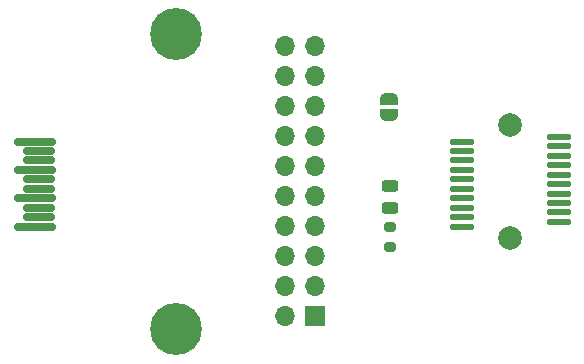
<source format=gts>
%TF.GenerationSoftware,KiCad,Pcbnew,8.0.3*%
%TF.CreationDate,2024-06-06T10:46:03+01:00*%
%TF.ProjectId,hexpansion,68657870-616e-4736-996f-6e2e6b696361,rev?*%
%TF.SameCoordinates,Original*%
%TF.FileFunction,Soldermask,Top*%
%TF.FilePolarity,Negative*%
%FSLAX46Y46*%
G04 Gerber Fmt 4.6, Leading zero omitted, Abs format (unit mm)*
G04 Created by KiCad (PCBNEW 8.0.3) date 2024-06-06 10:46:03*
%MOMM*%
%LPD*%
G01*
G04 APERTURE LIST*
G04 Aperture macros list*
%AMRoundRect*
0 Rectangle with rounded corners*
0 $1 Rounding radius*
0 $2 $3 $4 $5 $6 $7 $8 $9 X,Y pos of 4 corners*
0 Add a 4 corners polygon primitive as box body*
4,1,4,$2,$3,$4,$5,$6,$7,$8,$9,$2,$3,0*
0 Add four circle primitives for the rounded corners*
1,1,$1+$1,$2,$3*
1,1,$1+$1,$4,$5*
1,1,$1+$1,$6,$7*
1,1,$1+$1,$8,$9*
0 Add four rect primitives between the rounded corners*
20,1,$1+$1,$2,$3,$4,$5,0*
20,1,$1+$1,$4,$5,$6,$7,0*
20,1,$1+$1,$6,$7,$8,$9,0*
20,1,$1+$1,$8,$9,$2,$3,0*%
%AMFreePoly0*
4,1,19,0.500000,-0.750000,0.000000,-0.750000,0.000000,-0.744911,-0.071157,-0.744911,-0.207708,-0.704816,-0.327430,-0.627875,-0.420627,-0.520320,-0.479746,-0.390866,-0.500000,-0.250000,-0.500000,0.250000,-0.479746,0.390866,-0.420627,0.520320,-0.327430,0.627875,-0.207708,0.704816,-0.071157,0.744911,0.000000,0.744911,0.000000,0.750000,0.500000,0.750000,0.500000,-0.750000,0.500000,-0.750000,
$1*%
%AMFreePoly1*
4,1,19,0.000000,0.744911,0.071157,0.744911,0.207708,0.704816,0.327430,0.627875,0.420627,0.520320,0.479746,0.390866,0.500000,0.250000,0.500000,-0.250000,0.479746,-0.390866,0.420627,-0.520320,0.327430,-0.627875,0.207708,-0.704816,0.071157,-0.744911,0.000000,-0.744911,0.000000,-0.750000,-0.500000,-0.750000,-0.500000,0.750000,0.000000,0.750000,0.000000,0.744911,0.000000,0.744911,
$1*%
G04 Aperture macros list end*
%ADD10RoundRect,0.150000X1.600000X0.150000X-1.600000X0.150000X-1.600000X-0.150000X1.600000X-0.150000X0*%
%ADD11RoundRect,0.150000X1.200000X0.150000X-1.200000X0.150000X-1.200000X-0.150000X1.200000X-0.150000X0*%
%ADD12C,2.000000*%
%ADD13RoundRect,0.125000X0.875000X0.125000X-0.875000X0.125000X-0.875000X-0.125000X0.875000X-0.125000X0*%
%ADD14RoundRect,0.243750X-0.456250X0.243750X-0.456250X-0.243750X0.456250X-0.243750X0.456250X0.243750X0*%
%ADD15C,0.700000*%
%ADD16C,4.400000*%
%ADD17R,1.700000X1.700000*%
%ADD18O,1.700000X1.700000*%
%ADD19FreePoly0,90.000000*%
%ADD20FreePoly1,90.000000*%
%ADD21RoundRect,0.200000X0.275000X-0.200000X0.275000X0.200000X-0.275000X0.200000X-0.275000X-0.200000X0*%
G04 APERTURE END LIST*
D10*
%TO.C,J1*%
X100500000Y-96600000D03*
D11*
X100900000Y-97400000D03*
X100900000Y-98200000D03*
D10*
X100500000Y-99000000D03*
D11*
X100900000Y-99800000D03*
X100900000Y-100600000D03*
D10*
X100500000Y-101400000D03*
D11*
X100900000Y-102200000D03*
X100900000Y-103000000D03*
D10*
X100500000Y-103800000D03*
%TD*%
D12*
%TO.C,J3*%
X140792200Y-104800001D03*
X140792200Y-95199999D03*
D13*
X144892200Y-103400000D03*
X144892200Y-102600000D03*
X144892200Y-101800000D03*
X144892200Y-101000000D03*
X144892200Y-100200000D03*
X144892200Y-99400000D03*
X144892200Y-98600000D03*
X144892200Y-97800000D03*
X144892200Y-97000000D03*
X144892200Y-96200000D03*
X136692200Y-96600000D03*
X136692200Y-97400000D03*
X136692200Y-98200000D03*
X136692200Y-99000000D03*
X136692200Y-99800000D03*
X136692200Y-100600000D03*
X136692200Y-101400000D03*
X136692200Y-102200000D03*
X136692200Y-103000000D03*
X136692200Y-103800000D03*
%TD*%
D14*
%TO.C,D1*%
X130550000Y-100352500D03*
X130550000Y-102227500D03*
%TD*%
D15*
%TO.C,H2*%
X110850000Y-87500000D03*
X111333274Y-86333274D03*
X111333274Y-88666726D03*
X112500000Y-85850000D03*
D16*
X112500000Y-87500000D03*
D15*
X112500000Y-89150000D03*
X113666726Y-86333274D03*
X113666726Y-88666726D03*
X114150000Y-87500000D03*
%TD*%
D17*
%TO.C,J2*%
X124230000Y-111410000D03*
D18*
X121690000Y-111410000D03*
X124230000Y-108870000D03*
X121690000Y-108870000D03*
X124230000Y-106330000D03*
X121690000Y-106330000D03*
X124230000Y-103790000D03*
X121690000Y-103790000D03*
X124230000Y-101250000D03*
X121690000Y-101250000D03*
X124230000Y-98710000D03*
X121690000Y-98710000D03*
X124230000Y-96170000D03*
X121690000Y-96170000D03*
X124230000Y-93630000D03*
X121690000Y-93630000D03*
X124230000Y-91090000D03*
X121690000Y-91090000D03*
X124230000Y-88550000D03*
X121690000Y-88550000D03*
%TD*%
D19*
%TO.C,JP1*%
X130490000Y-94340000D03*
D20*
X130490000Y-93040000D03*
%TD*%
D21*
%TO.C,R1*%
X130590000Y-105505000D03*
X130590000Y-103855000D03*
%TD*%
D15*
%TO.C,H1*%
X110850000Y-112500000D03*
X111333274Y-111333274D03*
X111333274Y-113666726D03*
X112500000Y-110850000D03*
D16*
X112500000Y-112500000D03*
D15*
X112500000Y-114150000D03*
X113666726Y-111333274D03*
X113666726Y-113666726D03*
X114150000Y-112500000D03*
%TD*%
M02*

</source>
